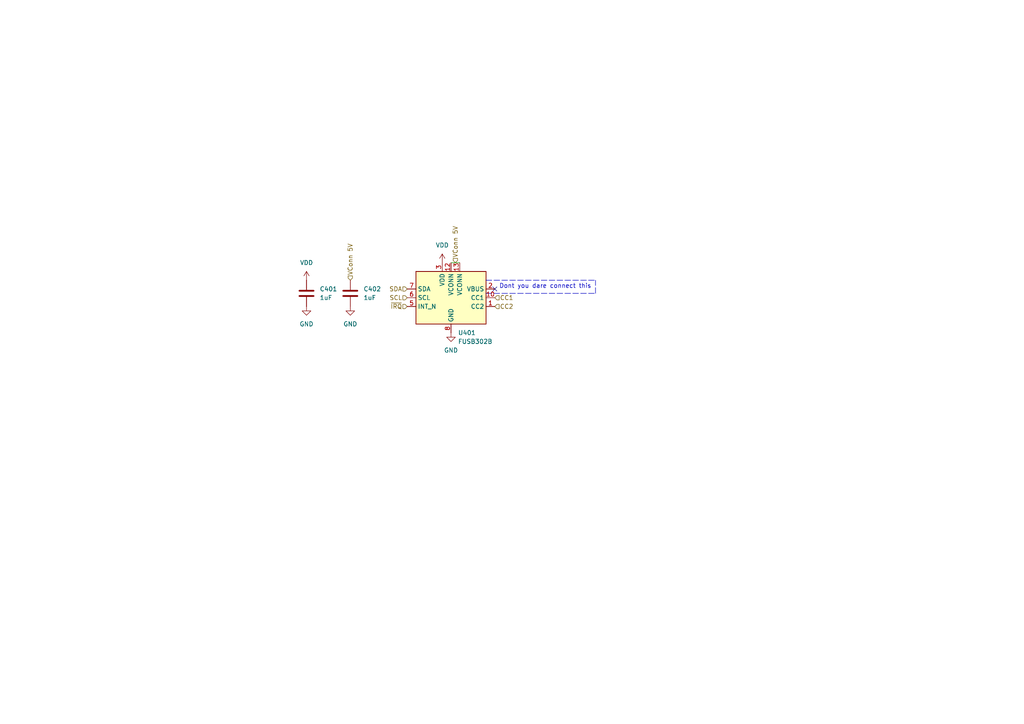
<source format=kicad_sch>
(kicad_sch (version 20211123) (generator eeschema)
  (paper "A4")
  (lib_symbols
    (symbol "Device:C" (pin_numbers hide) (pin_names (offset 0.254))
      (property "Reference" "C" (at 0.635 2.54 0))
      (property "Value" "C" (at 0.635 -2.54 0))
      (symbol "C_0_1"
        (polyline (pts (xy -2.032 -0.762) (xy 2.032 -0.762)) (stroke (width 0.508)))
        (polyline (pts (xy -2.032 0.762) (xy 2.032 0.762)) (stroke (width 0.508)))
      )
      (symbol "C_1_1"
        (pin passive line (at 0 3.81 270) (length 2.794) (name "~") (number "1"))
        (pin passive line (at 0 -3.81 90) (length 2.794) (name "~") (number "2"))
      )
    )
    (symbol "Interface_USB:FUSB302B01MPX"
      (property "Reference" "U" (at -10.16 8.89 0))
      (property "Value" "FUSB302B01MPX" (at 3.81 8.89 0))
      (symbol "FUSB302B01MPX_0_1"
        (rectangle (start -10.16 7.62) (end 10.16 -7.62) (stroke (width 0.254)) (fill (type background)))
      )
      (symbol "FUSB302B01MPX_1_1"
        (pin bidirectional line (at 12.7 -2.54 180) (length 2.54) (name "CC2") (number "1"))
        (pin bidirectional line (at 12.7 0 180) (length 2.54) (name "CC1") (number "10"))
        (pin bidirectional line (at 12.7 0 180) (length 2.54) hide (name "CC1") (number "11"))
        (pin power_in line (at 0 10.16 270) (length 2.54) (name "VCONN") (number "12"))
        (pin power_in line (at 2.54 10.16 270) (length 2.54) (name "VCONN") (number "13"))
        (pin bidirectional line (at 12.7 -2.54 180) (length 2.54) hide (name "CC2") (number "14"))
        (pin passive line (at 0 -10.16 90) (length 2.54) hide (name "GND") (number "15"))
        (pin input line (at 12.7 2.54 180) (length 2.54) (name "VBUS") (number "2"))
        (pin power_in line (at -2.54 10.16 270) (length 2.54) (name "VDD") (number "3"))
        (pin passive line (at -2.54 10.16 270) (length 2.54) hide (name "VDD") (number "4"))
        (pin open_collector line (at -12.7 -2.54 0) (length 2.54) (name "INT_N") (number "5"))
        (pin input line (at -12.7 0 0) (length 2.54) (name "SCL") (number "6"))
        (pin bidirectional line (at -12.7 2.54 0) (length 2.54) (name "SDA") (number "7"))
        (pin power_in line (at 0 -10.16 90) (length 2.54) (name "GND") (number "8"))
        (pin passive line (at 0 -10.16 90) (length 2.54) hide (name "GND") (number "9"))
      )
    )
    (symbol "power:GND" (power) (pin_names (offset 0))
      (property "Value" "GND" (at 0 -3.81 0))
      (symbol "GND_0_1"
        (polyline (pts (xy 0 0) (xy 0 -1.27) (xy 1.27 -1.27) (xy 0 -2.54) (xy -1.27 -1.27) (xy 0 -1.27)))
      )
      (symbol "GND_1_1"
        (pin power_in line (at 0 0 270) (length 0) hide (name "GND") (number "1"))
      )
    )
    (symbol "power:VDD" (power) (pin_names (offset 0))
      (property "Value" "VDD" (at 0 3.81 0))
      (symbol "VDD_0_1"
        (polyline (pts (xy -0.762 1.27) (xy 0 2.54)))
        (polyline (pts (xy 0 0) (xy 0 2.54)))
        (polyline (pts (xy 0 2.54) (xy 0.762 1.27)))
      )
      (symbol "VDD_1_1"
        (pin power_in line (at 0 0 90) (length 0) hide (name "VDD") (number "1"))
      )
    )
  )
  (no_connect (at 143.51 83.82))
  (polyline (pts (xy 172.72 85.09) (xy 172.72 81.28)))
  (polyline (pts (xy 140.97 81.28) (xy 172.72 81.28)))
  (wire (pts (xy 130.81 76.2) (xy 133.35 76.2)))
  (polyline (pts (xy 140.97 85.09) (xy 172.72 85.09)))
  (text "Dont you dare connect this" (at 144.78 83.82 0) (effects (font (size 1.27 1.27)) (justify left bottom)))
  (hierarchical_label "CC2" (shape input) (at 143.51 88.9 0))
  (hierarchical_label "CC1" (shape input) (at 143.51 86.36 0))
  (hierarchical_label "VConn 5V" (shape input) (at 132.08 76.2 90))
  (hierarchical_label "~{IRQ}" (shape input) (at 118.11 88.9 180))
  (hierarchical_label "VConn 5V" (shape input) (at 101.6 81.28 90))
  (hierarchical_label "SDA" (shape input) (at 118.11 83.82 180))
  (hierarchical_label "SCL" (shape input) (at 118.11 86.36 180))
  (symbol (lib_id "Device:C") (at 88.9 85.09 0)
    (property "Reference" "C401" (at 92.71 83.8199 0) (effects (justify left)))
    (property "Value" "1uF" (at 92.71 86.3599 0) (effects (justify left)))
    (property "Footprint" "Capacitor_SMD:C_0603_1608Metric" (effects hide))
  )
  (symbol (lib_id "power:GND") (at 101.6 88.9 0)
    (property "Reference" "#PWR0124" (effects hide))
    (property "Value" "GND" (at 101.6 93.98 0))
  )
  (symbol (lib_id "power:VDD") (at 88.9 81.28 0)
    (property "Reference" "#PWR0126" (effects hide))
    (property "Value" "VDD" (at 88.9 76.2 0))
  )
  (symbol (lib_id "power:GND") (at 88.9 88.9 0)
    (property "Reference" "#PWR0125" (effects hide))
    (property "Value" "GND" (at 88.9 93.98 0))
  )
  (symbol (lib_id "power:GND") (at 130.81 96.52 0)
    (property "Reference" "#PWR0122" (effects hide))
    (property "Value" "GND" (at 130.81 101.6 0))
  )
  (symbol (lib_id "Device:C") (at 101.6 85.09 0)
    (property "Reference" "C402" (at 105.41 83.8199 0) (effects (justify left)))
    (property "Value" "1uF" (at 105.41 86.3599 0) (effects (justify left)))
    (property "Footprint" "Capacitor_SMD:C_0603_1608Metric" (effects hide))
  )
  (symbol (lib_id "power:VDD") (at 128.27 76.2 0)
    (property "Reference" "#PWR0123" (effects hide))
    (property "Value" "VDD" (at 128.27 71.12 0))
  )
  (symbol (lib_id "Interface_USB:FUSB302B01MPX") (at 130.81 86.36 0)
    (property "Reference" "U401" (at 132.8294 96.52 0) (effects (justify left)))
    (property "Value" "FUSB302B" (at 132.8294 99.06 0) (effects (justify left)))
    (property "Footprint" "Package_DFN_QFN:WQFN-14-1EP_2.5x2.5mm_P0.5mm_EP1.45x1.45mm" (effects hide))
    (property "Datasheet" "http://www.onsemi.com/pub/Collateral/FUSB302B-D.PDF" (effects hide))
  )
)
</source>
